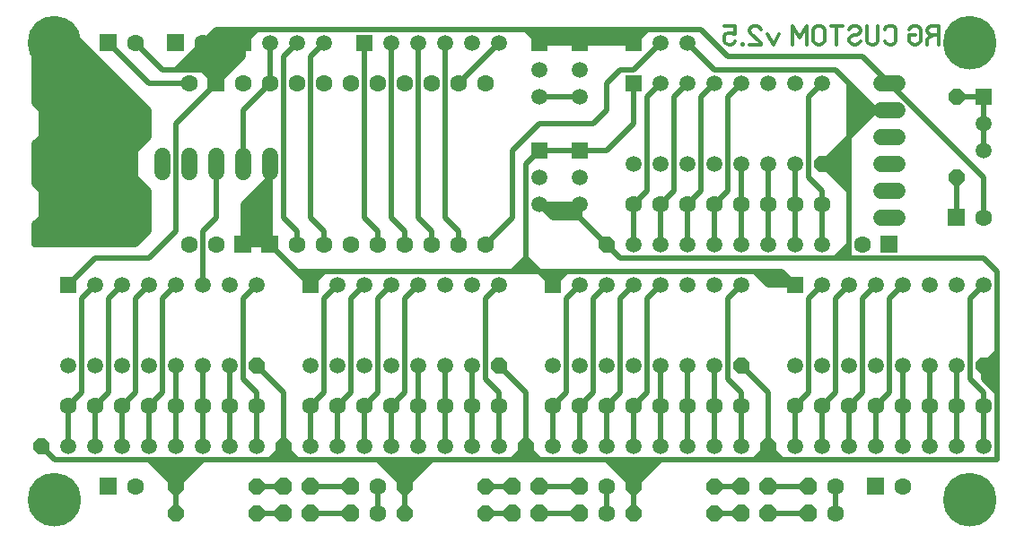
<source format=gbr>
%FSLAX34Y34*%
%MOMM*%
%LNCOPPER_BOTTOM*%
G71*
G01*
%ADD10C, 1.600*%
%ADD11C, 1.520*%
%ADD12C, 1.520*%
%ADD13C, 0.500*%
%ADD14C, 0.520*%
%ADD15C, 4.000*%
%ADD16C, 1.520*%
%ADD17C, 0.318*%
%ADD18C, 0.600*%
%LPD*%
G36*
X98300Y884300D02*
X130300Y884300D01*
X130300Y868300D01*
X98300Y868300D01*
X98300Y884300D01*
G37*
G36*
X98300Y808100D02*
X130300Y808100D01*
X130300Y792100D01*
X98300Y792100D01*
X98300Y808100D01*
G37*
X457200Y914400D02*
G54D10*
D03*
X431800Y914400D02*
G54D10*
D03*
X406400Y914400D02*
G54D10*
D03*
X381000Y914400D02*
G54D10*
D03*
X355600Y914400D02*
G54D10*
D03*
X330200Y914400D02*
G54D10*
D03*
X304800Y914400D02*
G54D10*
D03*
X279400Y914400D02*
G54D10*
D03*
X254000Y914400D02*
G54D10*
D03*
X228600Y914400D02*
G54D10*
D03*
X177800Y914400D02*
G54D10*
D03*
X177800Y762000D02*
G54D10*
D03*
X203200Y762000D02*
G54D10*
D03*
X279400Y762000D02*
G54D10*
D03*
X304800Y762000D02*
G54D10*
D03*
X330200Y762000D02*
G54D10*
D03*
X355600Y762000D02*
G54D10*
D03*
X381000Y762000D02*
G54D10*
D03*
X406400Y762000D02*
G54D10*
D03*
X431800Y762000D02*
G54D10*
D03*
X457200Y762000D02*
G54D10*
D03*
G36*
X220600Y770000D02*
X236600Y770000D01*
X236600Y754000D01*
X220600Y754000D01*
X220600Y770000D01*
G37*
G36*
X246000Y770000D02*
X262000Y770000D01*
X262000Y754000D01*
X246000Y754000D01*
X246000Y770000D01*
G37*
G36*
X195200Y922400D02*
X211200Y922400D01*
X211200Y906400D01*
X195200Y906400D01*
X195200Y922400D01*
G37*
G36*
X55900Y731500D02*
X71100Y731500D01*
X71100Y716300D01*
X55900Y716300D01*
X55900Y731500D01*
G37*
X88900Y723900D02*
G54D11*
D03*
X114300Y723900D02*
G54D11*
D03*
X139700Y723900D02*
G54D11*
D03*
X165100Y723900D02*
G54D11*
D03*
X190500Y723900D02*
G54D11*
D03*
X215900Y723900D02*
G54D11*
D03*
X241300Y723900D02*
G54D11*
D03*
G36*
X233700Y650854D02*
X238146Y655300D01*
X244454Y655300D01*
X248900Y650854D01*
X248900Y644546D01*
X244454Y640100D01*
X238146Y640100D01*
X233700Y644546D01*
X233700Y650854D01*
G37*
X215900Y647700D02*
G54D11*
D03*
X190500Y647700D02*
G54D11*
D03*
X165100Y647700D02*
G54D11*
D03*
X139700Y647700D02*
G54D11*
D03*
X114300Y647700D02*
G54D11*
D03*
X88900Y647700D02*
G54D11*
D03*
X63500Y647700D02*
G54D11*
D03*
X63500Y609600D02*
G54D10*
D03*
X88900Y609600D02*
G54D10*
D03*
X114300Y609600D02*
G54D10*
D03*
X139700Y609600D02*
G54D10*
D03*
X165100Y609600D02*
G54D10*
D03*
X190500Y609600D02*
G54D10*
D03*
X215900Y609600D02*
G54D10*
D03*
X241300Y609600D02*
G54D10*
D03*
G36*
X30500Y574654D02*
X34946Y579100D01*
X41254Y579100D01*
X45700Y574654D01*
X45700Y568346D01*
X41254Y563900D01*
X34946Y563900D01*
X30500Y568346D01*
X30500Y574654D01*
G37*
X63500Y571500D02*
G54D12*
D03*
X88900Y571500D02*
G54D12*
D03*
X114300Y571500D02*
G54D12*
D03*
X139700Y571500D02*
G54D12*
D03*
X165100Y571500D02*
G54D12*
D03*
X190500Y571500D02*
G54D12*
D03*
X215900Y571500D02*
G54D12*
D03*
X241300Y571500D02*
G54D12*
D03*
G54D13*
X63500Y571500D02*
X63500Y609600D01*
X76200Y622300D01*
X76200Y711200D01*
X88900Y723900D01*
G54D13*
X114300Y723900D02*
X101600Y711200D01*
X101600Y622300D01*
X88900Y609600D01*
X88900Y571500D01*
G54D13*
X114300Y571500D02*
X114300Y609600D01*
X127000Y622300D01*
X127000Y711200D01*
X139700Y723900D01*
G54D13*
X165100Y723900D02*
X152400Y711200D01*
X152400Y622300D01*
X139700Y609600D01*
X139700Y571500D01*
G54D13*
X165100Y571500D02*
X165100Y609600D01*
X165100Y647700D01*
G54D13*
X190500Y647700D02*
X190500Y571500D01*
G54D13*
X215900Y571500D02*
X215900Y647700D01*
G54D13*
X241300Y571500D02*
X241300Y609600D01*
X241300Y622300D01*
X228600Y635000D01*
X228600Y711200D01*
X241300Y723900D01*
G36*
X284500Y731500D02*
X299700Y731500D01*
X299700Y716300D01*
X284500Y716300D01*
X284500Y731500D01*
G37*
X317500Y723900D02*
G54D11*
D03*
X342900Y723900D02*
G54D11*
D03*
X368300Y723900D02*
G54D11*
D03*
X393700Y723900D02*
G54D11*
D03*
X419100Y723900D02*
G54D11*
D03*
X444500Y723900D02*
G54D11*
D03*
X469900Y723900D02*
G54D11*
D03*
G36*
X462300Y650854D02*
X466746Y655300D01*
X473054Y655300D01*
X477500Y650854D01*
X477500Y644546D01*
X473054Y640100D01*
X466746Y640100D01*
X462300Y644546D01*
X462300Y650854D01*
G37*
X444500Y647700D02*
G54D11*
D03*
X419100Y647700D02*
G54D11*
D03*
X393700Y647700D02*
G54D11*
D03*
X368300Y647700D02*
G54D11*
D03*
X342900Y647700D02*
G54D11*
D03*
X317500Y647700D02*
G54D11*
D03*
X292100Y647700D02*
G54D11*
D03*
X292100Y609600D02*
G54D10*
D03*
X317500Y609600D02*
G54D10*
D03*
X342900Y609600D02*
G54D10*
D03*
X368300Y609600D02*
G54D10*
D03*
X393700Y609600D02*
G54D10*
D03*
X419100Y609600D02*
G54D10*
D03*
X444500Y609600D02*
G54D10*
D03*
X469900Y609600D02*
G54D10*
D03*
G36*
X259100Y574654D02*
X263546Y579100D01*
X269854Y579100D01*
X274300Y574654D01*
X274300Y568346D01*
X269854Y563900D01*
X263546Y563900D01*
X259100Y568346D01*
X259100Y574654D01*
G37*
X292100Y571500D02*
G54D12*
D03*
X317500Y571500D02*
G54D12*
D03*
X342900Y571500D02*
G54D12*
D03*
X368300Y571500D02*
G54D12*
D03*
X393700Y571500D02*
G54D12*
D03*
X419100Y571500D02*
G54D12*
D03*
X444500Y571500D02*
G54D12*
D03*
X469900Y571500D02*
G54D12*
D03*
G54D13*
X292100Y571500D02*
X292100Y609600D01*
X304800Y622300D01*
X304800Y711200D01*
X317500Y723900D01*
G54D13*
X342900Y723900D02*
X330200Y711200D01*
X330200Y622300D01*
X317500Y609600D01*
X317500Y571500D01*
G54D13*
X342900Y571500D02*
X342900Y609600D01*
X355600Y622300D01*
X355600Y711200D01*
X368300Y723900D01*
G54D13*
X393700Y723900D02*
X381000Y711200D01*
X381000Y622300D01*
X368300Y609600D01*
X368300Y571500D01*
G54D13*
X393700Y571500D02*
X393700Y609600D01*
X393700Y647700D01*
G54D13*
X419100Y647700D02*
X419100Y571500D01*
G54D13*
X444500Y571500D02*
X444500Y647700D01*
G54D13*
X469900Y571500D02*
X469900Y609600D01*
X469900Y622300D01*
X457200Y635000D01*
X457200Y711200D01*
X469900Y723900D01*
G36*
X513100Y731500D02*
X528300Y731500D01*
X528300Y716300D01*
X513100Y716300D01*
X513100Y731500D01*
G37*
X546100Y723900D02*
G54D11*
D03*
X571500Y723900D02*
G54D11*
D03*
X596900Y723900D02*
G54D11*
D03*
X622300Y723900D02*
G54D11*
D03*
X647700Y723900D02*
G54D11*
D03*
X673100Y723900D02*
G54D11*
D03*
X698500Y723900D02*
G54D11*
D03*
G36*
X690900Y650854D02*
X695346Y655300D01*
X701654Y655300D01*
X706100Y650854D01*
X706100Y644546D01*
X701654Y640100D01*
X695346Y640100D01*
X690900Y644546D01*
X690900Y650854D01*
G37*
X673100Y647700D02*
G54D11*
D03*
X647700Y647700D02*
G54D11*
D03*
X622300Y647700D02*
G54D11*
D03*
X596900Y647700D02*
G54D11*
D03*
X571500Y647700D02*
G54D11*
D03*
X546100Y647700D02*
G54D11*
D03*
X520700Y647700D02*
G54D11*
D03*
X520700Y609600D02*
G54D10*
D03*
X546100Y609600D02*
G54D10*
D03*
X571500Y609600D02*
G54D10*
D03*
X596900Y609600D02*
G54D10*
D03*
X622300Y609600D02*
G54D10*
D03*
X647700Y609600D02*
G54D10*
D03*
X673100Y609600D02*
G54D10*
D03*
X698500Y609600D02*
G54D10*
D03*
G36*
X487700Y574654D02*
X492146Y579100D01*
X498454Y579100D01*
X502900Y574654D01*
X502900Y568346D01*
X498454Y563900D01*
X492146Y563900D01*
X487700Y568346D01*
X487700Y574654D01*
G37*
X520700Y571500D02*
G54D12*
D03*
X546100Y571500D02*
G54D12*
D03*
X571500Y571500D02*
G54D12*
D03*
X596900Y571500D02*
G54D12*
D03*
X622300Y571500D02*
G54D12*
D03*
X647700Y571500D02*
G54D12*
D03*
X673100Y571500D02*
G54D12*
D03*
X698500Y571500D02*
G54D12*
D03*
G54D13*
X520700Y571500D02*
X520700Y609600D01*
X533400Y622300D01*
X533400Y711200D01*
X546100Y723900D01*
G54D13*
X571500Y723900D02*
X558800Y711200D01*
X558800Y622300D01*
X546100Y609600D01*
X546100Y571500D01*
G54D13*
X571500Y571500D02*
X571500Y609600D01*
X584200Y622300D01*
X584200Y711200D01*
X596900Y723900D01*
G54D13*
X622300Y723900D02*
X609600Y711200D01*
X609600Y622300D01*
X596900Y609600D01*
X596900Y571500D01*
G54D13*
X622300Y571500D02*
X622300Y609600D01*
X622300Y647700D01*
G54D13*
X647700Y647700D02*
X647700Y571500D01*
G54D13*
X673100Y571500D02*
X673100Y647700D01*
G54D13*
X698500Y571500D02*
X698500Y609600D01*
X698500Y622300D01*
X685800Y635000D01*
X685800Y711200D01*
X698500Y723900D01*
G36*
X741700Y731500D02*
X756900Y731500D01*
X756900Y716300D01*
X741700Y716300D01*
X741700Y731500D01*
G37*
X774700Y723900D02*
G54D11*
D03*
X800100Y723900D02*
G54D11*
D03*
X825500Y723900D02*
G54D11*
D03*
X850900Y723900D02*
G54D11*
D03*
X876300Y723900D02*
G54D11*
D03*
X901700Y723900D02*
G54D11*
D03*
X927100Y723900D02*
G54D11*
D03*
G36*
X919500Y650854D02*
X923946Y655300D01*
X930254Y655300D01*
X934700Y650854D01*
X934700Y644546D01*
X930254Y640100D01*
X923946Y640100D01*
X919500Y644546D01*
X919500Y650854D01*
G37*
X901700Y647700D02*
G54D11*
D03*
X876300Y647700D02*
G54D11*
D03*
X850900Y647700D02*
G54D11*
D03*
X825500Y647700D02*
G54D11*
D03*
X800100Y647700D02*
G54D11*
D03*
X774700Y647700D02*
G54D11*
D03*
X749300Y647700D02*
G54D11*
D03*
X749300Y609600D02*
G54D10*
D03*
X774700Y609600D02*
G54D10*
D03*
X800100Y609600D02*
G54D10*
D03*
X825500Y609600D02*
G54D10*
D03*
X850900Y609600D02*
G54D10*
D03*
X876300Y609600D02*
G54D10*
D03*
X901700Y609600D02*
G54D10*
D03*
X927100Y609600D02*
G54D10*
D03*
G36*
X716300Y574654D02*
X720746Y579100D01*
X727054Y579100D01*
X731500Y574654D01*
X731500Y568346D01*
X727054Y563900D01*
X720746Y563900D01*
X716300Y568346D01*
X716300Y574654D01*
G37*
X749300Y571500D02*
G54D12*
D03*
X774700Y571500D02*
G54D12*
D03*
X800100Y571500D02*
G54D12*
D03*
X825500Y571500D02*
G54D12*
D03*
X850900Y571500D02*
G54D12*
D03*
X876300Y571500D02*
G54D12*
D03*
X901700Y571500D02*
G54D12*
D03*
X927100Y571500D02*
G54D12*
D03*
G54D13*
X749300Y571500D02*
X749300Y609600D01*
X762000Y622300D01*
X762000Y711200D01*
X774700Y723900D01*
G54D13*
X800100Y723900D02*
X787400Y711200D01*
X787400Y622300D01*
X774700Y609600D01*
X774700Y571500D01*
G54D13*
X800100Y571500D02*
X800100Y609600D01*
X812800Y622300D01*
X812800Y711200D01*
X825500Y723900D01*
G54D13*
X850900Y723900D02*
X838200Y711200D01*
X838200Y622300D01*
X825500Y609600D01*
X825500Y571500D01*
G54D13*
X850900Y571500D02*
X850900Y609600D01*
X850900Y647700D01*
G54D13*
X876300Y647700D02*
X876300Y571500D01*
G54D13*
X901700Y571500D02*
X901700Y647700D01*
G54D13*
X927100Y571500D02*
X927100Y609600D01*
X927100Y622300D01*
X914400Y635000D01*
X914400Y711200D01*
X927100Y723900D01*
G36*
X589300Y922000D02*
X604500Y922000D01*
X604500Y906800D01*
X589300Y906800D01*
X589300Y922000D01*
G37*
X622300Y914400D02*
G54D11*
D03*
X647700Y914400D02*
G54D11*
D03*
X673100Y914400D02*
G54D11*
D03*
X698500Y914400D02*
G54D11*
D03*
X723900Y914400D02*
G54D11*
D03*
X749300Y914400D02*
G54D11*
D03*
X774700Y914400D02*
G54D11*
D03*
G36*
X767100Y841354D02*
X771546Y845800D01*
X777854Y845800D01*
X782300Y841354D01*
X782300Y835046D01*
X777854Y830600D01*
X771546Y830600D01*
X767100Y835046D01*
X767100Y841354D01*
G37*
X749300Y838200D02*
G54D11*
D03*
X723900Y838200D02*
G54D11*
D03*
X698500Y838200D02*
G54D11*
D03*
X673100Y838200D02*
G54D11*
D03*
X647700Y838200D02*
G54D11*
D03*
X622300Y838200D02*
G54D11*
D03*
X596900Y838200D02*
G54D11*
D03*
X596900Y800100D02*
G54D10*
D03*
X622300Y800100D02*
G54D10*
D03*
X647700Y800100D02*
G54D10*
D03*
X673100Y800100D02*
G54D10*
D03*
X698500Y800100D02*
G54D10*
D03*
X723900Y800100D02*
G54D10*
D03*
X749300Y800100D02*
G54D10*
D03*
X774700Y800100D02*
G54D10*
D03*
G36*
X563900Y765154D02*
X568346Y769600D01*
X574654Y769600D01*
X579100Y765154D01*
X579100Y758846D01*
X574654Y754400D01*
X568346Y754400D01*
X563900Y758846D01*
X563900Y765154D01*
G37*
X596900Y762000D02*
G54D12*
D03*
X622300Y762000D02*
G54D12*
D03*
X647700Y762000D02*
G54D12*
D03*
X673100Y762000D02*
G54D12*
D03*
X698500Y762000D02*
G54D12*
D03*
X723900Y762000D02*
G54D12*
D03*
X749300Y762000D02*
G54D12*
D03*
X774700Y762000D02*
G54D12*
D03*
G54D13*
X596900Y762000D02*
X596900Y800100D01*
X609600Y812800D01*
X609600Y901700D01*
X622300Y914400D01*
G54D13*
X647700Y914400D02*
X635000Y901700D01*
X635000Y812800D01*
X622300Y800100D01*
X622300Y762000D01*
G54D13*
X647700Y762000D02*
X647700Y800100D01*
X660400Y812800D01*
X660400Y901700D01*
X673100Y914400D01*
G54D13*
X698500Y914400D02*
X685800Y901700D01*
X685800Y812800D01*
X673100Y800100D01*
X673100Y762000D01*
G54D13*
X698500Y762000D02*
X698500Y800100D01*
X698500Y838200D01*
G54D13*
X723900Y838200D02*
X723900Y762000D01*
G54D13*
X749300Y762000D02*
X749300Y838200D01*
G54D13*
X774700Y762000D02*
X774700Y800100D01*
X774700Y812800D01*
X762000Y825500D01*
X762000Y901700D01*
X774700Y914400D01*
G54D13*
X927100Y647700D02*
X927100Y635000D01*
X939800Y622300D01*
X939800Y558800D01*
X736600Y558800D01*
X723900Y571500D01*
X711200Y558800D01*
X508000Y558800D01*
X495300Y571500D01*
X482600Y558800D01*
X279400Y558800D01*
X266700Y571500D01*
X254000Y558800D01*
X50800Y558800D01*
X38100Y571500D01*
G54D13*
X469900Y647700D02*
X495300Y622300D01*
X495300Y571500D01*
G54D13*
X241300Y647700D02*
X266700Y622300D01*
X266700Y571500D01*
G54D13*
X698500Y647700D02*
X723900Y622300D01*
X723900Y571500D01*
G36*
X589300Y536554D02*
X593746Y541000D01*
X600054Y541000D01*
X604500Y536554D01*
X604500Y530246D01*
X600054Y525800D01*
X593746Y525800D01*
X589300Y530246D01*
X589300Y536554D01*
G37*
G36*
X665500Y536554D02*
X669946Y541000D01*
X676254Y541000D01*
X680700Y536554D01*
X680700Y530246D01*
X676254Y525800D01*
X669946Y525800D01*
X665500Y530246D01*
X665500Y536554D01*
G37*
G36*
X690500Y536720D02*
X695180Y541400D01*
X701820Y541400D01*
X706500Y536720D01*
X706500Y530080D01*
X701820Y525400D01*
X695180Y525400D01*
X690500Y530080D01*
X690500Y536720D01*
G37*
G36*
X715900Y536720D02*
X720580Y541400D01*
X727220Y541400D01*
X731900Y536720D01*
X731900Y530080D01*
X727220Y525400D01*
X720580Y525400D01*
X715900Y530080D01*
X715900Y536720D01*
G37*
G36*
X754000Y536720D02*
X758680Y541400D01*
X765320Y541400D01*
X770000Y536720D01*
X770000Y530080D01*
X765320Y525400D01*
X758680Y525400D01*
X754000Y530080D01*
X754000Y536720D01*
G37*
X787400Y533400D02*
G54D10*
D03*
G36*
X589300Y511154D02*
X593746Y515600D01*
X600054Y515600D01*
X604500Y511154D01*
X604500Y504846D01*
X600054Y500400D01*
X593746Y500400D01*
X589300Y504846D01*
X589300Y511154D01*
G37*
G36*
X665500Y511154D02*
X669946Y515600D01*
X676254Y515600D01*
X680700Y511154D01*
X680700Y504846D01*
X676254Y500400D01*
X669946Y500400D01*
X665500Y504846D01*
X665500Y511154D01*
G37*
G36*
X690500Y511320D02*
X695180Y516000D01*
X701820Y516000D01*
X706500Y511320D01*
X706500Y504680D01*
X701820Y500000D01*
X695180Y500000D01*
X690500Y504680D01*
X690500Y511320D01*
G37*
G36*
X715900Y511320D02*
X720580Y516000D01*
X727220Y516000D01*
X731900Y511320D01*
X731900Y504680D01*
X727220Y500000D01*
X720580Y500000D01*
X715900Y504680D01*
X715900Y511320D01*
G37*
G36*
X754000Y511320D02*
X758680Y516000D01*
X765320Y516000D01*
X770000Y511320D01*
X770000Y504680D01*
X765320Y500000D01*
X758680Y500000D01*
X754000Y504680D01*
X754000Y511320D01*
G37*
X787400Y508000D02*
G54D10*
D03*
G54D14*
X596900Y508000D02*
X596900Y558800D01*
G54D14*
X673100Y533400D02*
X698500Y533400D01*
G54D14*
X673100Y508000D02*
X698500Y508000D01*
G54D14*
X723900Y508000D02*
X762000Y508000D01*
G54D14*
X723900Y533400D02*
X762000Y533400D01*
G54D14*
X787400Y533400D02*
X787400Y508000D01*
G36*
X373400Y536554D02*
X377846Y541000D01*
X384154Y541000D01*
X388600Y536554D01*
X388600Y530246D01*
X384154Y525800D01*
X377846Y525800D01*
X373400Y530246D01*
X373400Y536554D01*
G37*
G36*
X449600Y536554D02*
X454046Y541000D01*
X460354Y541000D01*
X464800Y536554D01*
X464800Y530246D01*
X460354Y525800D01*
X454046Y525800D01*
X449600Y530246D01*
X449600Y536554D01*
G37*
G36*
X474600Y536720D02*
X479280Y541400D01*
X485920Y541400D01*
X490600Y536720D01*
X490600Y530080D01*
X485920Y525400D01*
X479280Y525400D01*
X474600Y530080D01*
X474600Y536720D01*
G37*
G36*
X500000Y536720D02*
X504680Y541400D01*
X511320Y541400D01*
X516000Y536720D01*
X516000Y530080D01*
X511320Y525400D01*
X504680Y525400D01*
X500000Y530080D01*
X500000Y536720D01*
G37*
G36*
X538100Y536720D02*
X542780Y541400D01*
X549420Y541400D01*
X554100Y536720D01*
X554100Y530080D01*
X549420Y525400D01*
X542780Y525400D01*
X538100Y530080D01*
X538100Y536720D01*
G37*
X571500Y533400D02*
G54D10*
D03*
G36*
X373400Y511154D02*
X377846Y515600D01*
X384154Y515600D01*
X388600Y511154D01*
X388600Y504846D01*
X384154Y500400D01*
X377846Y500400D01*
X373400Y504846D01*
X373400Y511154D01*
G37*
G36*
X449600Y511154D02*
X454046Y515600D01*
X460354Y515600D01*
X464800Y511154D01*
X464800Y504846D01*
X460354Y500400D01*
X454046Y500400D01*
X449600Y504846D01*
X449600Y511154D01*
G37*
G36*
X474600Y511320D02*
X479280Y516000D01*
X485920Y516000D01*
X490600Y511320D01*
X490600Y504680D01*
X485920Y500000D01*
X479280Y500000D01*
X474600Y504680D01*
X474600Y511320D01*
G37*
G36*
X500000Y511320D02*
X504680Y516000D01*
X511320Y516000D01*
X516000Y511320D01*
X516000Y504680D01*
X511320Y500000D01*
X504680Y500000D01*
X500000Y504680D01*
X500000Y511320D01*
G37*
G36*
X538100Y511320D02*
X542780Y516000D01*
X549420Y516000D01*
X554100Y511320D01*
X554100Y504680D01*
X549420Y500000D01*
X542780Y500000D01*
X538100Y504680D01*
X538100Y511320D01*
G37*
X571500Y508000D02*
G54D10*
D03*
G54D14*
X381000Y508000D02*
X381000Y558800D01*
G54D14*
X457200Y533400D02*
X482600Y533400D01*
G54D14*
X457200Y508000D02*
X482600Y508000D01*
G54D14*
X508000Y508000D02*
X546100Y508000D01*
G54D14*
X508000Y533400D02*
X546100Y533400D01*
G54D14*
X571500Y533400D02*
X571500Y508000D01*
G36*
X157500Y536554D02*
X161946Y541000D01*
X168254Y541000D01*
X172700Y536554D01*
X172700Y530246D01*
X168254Y525800D01*
X161946Y525800D01*
X157500Y530246D01*
X157500Y536554D01*
G37*
G36*
X233700Y536554D02*
X238146Y541000D01*
X244454Y541000D01*
X248900Y536554D01*
X248900Y530246D01*
X244454Y525800D01*
X238146Y525800D01*
X233700Y530246D01*
X233700Y536554D01*
G37*
G36*
X258700Y536720D02*
X263380Y541400D01*
X270020Y541400D01*
X274700Y536720D01*
X274700Y530080D01*
X270020Y525400D01*
X263380Y525400D01*
X258700Y530080D01*
X258700Y536720D01*
G37*
G36*
X284100Y536720D02*
X288780Y541400D01*
X295420Y541400D01*
X300100Y536720D01*
X300100Y530080D01*
X295420Y525400D01*
X288780Y525400D01*
X284100Y530080D01*
X284100Y536720D01*
G37*
G36*
X322200Y536720D02*
X326880Y541400D01*
X333520Y541400D01*
X338200Y536720D01*
X338200Y530080D01*
X333520Y525400D01*
X326880Y525400D01*
X322200Y530080D01*
X322200Y536720D01*
G37*
X355600Y533400D02*
G54D10*
D03*
G36*
X157500Y511154D02*
X161946Y515600D01*
X168254Y515600D01*
X172700Y511154D01*
X172700Y504846D01*
X168254Y500400D01*
X161946Y500400D01*
X157500Y504846D01*
X157500Y511154D01*
G37*
G36*
X233700Y511154D02*
X238146Y515600D01*
X244454Y515600D01*
X248900Y511154D01*
X248900Y504846D01*
X244454Y500400D01*
X238146Y500400D01*
X233700Y504846D01*
X233700Y511154D01*
G37*
G36*
X258700Y511320D02*
X263380Y516000D01*
X270020Y516000D01*
X274700Y511320D01*
X274700Y504680D01*
X270020Y500000D01*
X263380Y500000D01*
X258700Y504680D01*
X258700Y511320D01*
G37*
G36*
X284100Y511320D02*
X288780Y516000D01*
X295420Y516000D01*
X300100Y511320D01*
X300100Y504680D01*
X295420Y500000D01*
X288780Y500000D01*
X284100Y504680D01*
X284100Y511320D01*
G37*
G36*
X322200Y511320D02*
X326880Y516000D01*
X333520Y516000D01*
X338200Y511320D01*
X338200Y504680D01*
X333520Y500000D01*
X326880Y500000D01*
X322200Y504680D01*
X322200Y511320D01*
G37*
X355600Y508000D02*
G54D10*
D03*
G54D14*
X165100Y508000D02*
X165100Y558800D01*
G54D14*
X241300Y533400D02*
X266700Y533400D01*
G54D14*
X241300Y508000D02*
X266700Y508000D01*
G54D14*
X292100Y508000D02*
X330200Y508000D01*
G54D14*
X292100Y533400D02*
X330200Y533400D01*
G54D14*
X355600Y533400D02*
X355600Y508000D01*
G36*
X93600Y960500D02*
X109600Y960500D01*
X109600Y944500D01*
X93600Y944500D01*
X93600Y960500D01*
G37*
X127000Y952500D02*
G54D10*
D03*
X50800Y520700D02*
G54D15*
D03*
X914400Y520700D02*
G54D15*
D03*
X914400Y952500D02*
G54D15*
D03*
X50800Y952500D02*
G54D15*
D03*
G36*
X157100Y960500D02*
X173100Y960500D01*
X173100Y944500D01*
X157100Y944500D01*
X157100Y960500D01*
G37*
X190500Y952500D02*
G54D10*
D03*
G36*
X93600Y541400D02*
X109600Y541400D01*
X109600Y525400D01*
X93600Y525400D01*
X93600Y541400D01*
G37*
X127000Y533400D02*
G54D10*
D03*
G36*
X817500Y541400D02*
X833500Y541400D01*
X833500Y525400D01*
X817500Y525400D01*
X817500Y541400D01*
G37*
X850900Y533400D02*
G54D10*
D03*
G36*
X221000Y960100D02*
X236200Y960100D01*
X236200Y944900D01*
X221000Y944900D01*
X221000Y960100D01*
G37*
X254000Y952500D02*
G54D12*
D03*
X279400Y952500D02*
G54D12*
D03*
X304800Y952500D02*
G54D12*
D03*
G36*
X335300Y960100D02*
X350500Y960100D01*
X350500Y944900D01*
X335300Y944900D01*
X335300Y960100D01*
G37*
X368300Y952500D02*
G54D12*
D03*
X393700Y952500D02*
G54D12*
D03*
X419100Y952500D02*
G54D12*
D03*
X444500Y952500D02*
G54D12*
D03*
X469900Y952500D02*
G54D12*
D03*
G54D13*
X127000Y952500D02*
X152400Y927100D01*
X190500Y927100D01*
X203200Y914400D01*
G54D13*
X190500Y952500D02*
X190500Y927100D01*
X203200Y914400D01*
G54D13*
X177800Y914400D02*
X139700Y914400D01*
X101600Y952500D01*
G54D13*
X190500Y952500D02*
X228600Y952500D01*
G54D13*
X254000Y952500D02*
X254000Y914400D01*
G54D13*
X279400Y762000D02*
X279400Y774700D01*
X266700Y787400D01*
X266700Y939800D01*
X279400Y952500D01*
G54D13*
X304800Y762000D02*
X304800Y774700D01*
X292100Y787400D01*
X292100Y939800D01*
X304800Y952500D01*
G54D13*
X355600Y762000D02*
X355600Y774700D01*
X342900Y787400D01*
X342900Y952500D01*
G54D13*
X381000Y762000D02*
X381000Y774700D01*
X368300Y787400D01*
X368300Y952500D01*
G54D13*
X406400Y762000D02*
X406400Y774700D01*
X393700Y787400D01*
X393700Y952500D01*
G54D13*
X431800Y762000D02*
X431800Y774700D01*
X419100Y787400D01*
X419100Y952500D01*
G54D13*
X431800Y914400D02*
X469900Y952500D01*
G36*
X515600Y960100D02*
X515600Y944900D01*
X500400Y944900D01*
X500400Y960100D01*
X515600Y960100D01*
G37*
X508000Y927100D02*
G54D12*
D03*
X508000Y901700D02*
G54D12*
D03*
G36*
X553700Y960100D02*
X553700Y944900D01*
X538500Y944900D01*
X538500Y960100D01*
X553700Y960100D01*
G37*
X546100Y927100D02*
G54D12*
D03*
X546100Y901700D02*
G54D12*
D03*
G36*
X553700Y858500D02*
X553700Y843300D01*
X538500Y843300D01*
X538500Y858500D01*
X553700Y858500D01*
G37*
X546100Y825500D02*
G54D12*
D03*
X546100Y800100D02*
G54D12*
D03*
G36*
X589300Y960100D02*
X604500Y960100D01*
X604500Y944900D01*
X589300Y944900D01*
X589300Y960100D01*
G37*
X622300Y952500D02*
G54D12*
D03*
X647700Y952500D02*
G54D12*
D03*
G36*
X515600Y858500D02*
X515600Y843300D01*
X500400Y843300D01*
X500400Y858500D01*
X515600Y858500D01*
G37*
X508000Y825500D02*
G54D12*
D03*
X508000Y800100D02*
G54D12*
D03*
G54D13*
X508000Y952500D02*
X546100Y952500D01*
G54D13*
X508000Y850900D02*
X546100Y850900D01*
G54D13*
X508000Y901700D02*
X546100Y901700D01*
G54D13*
X508000Y800100D02*
X546100Y800100D01*
G54D13*
X546100Y952500D02*
X596900Y952500D01*
G54D13*
X508000Y952500D02*
X495300Y965200D01*
X241300Y965200D01*
X228600Y952500D01*
G54D13*
X508000Y850900D02*
X495300Y838200D01*
X495300Y749300D01*
X520700Y723900D01*
G54D13*
X546100Y800100D02*
X546100Y787400D01*
X571500Y762000D01*
G54D13*
X571500Y762000D02*
X584200Y749300D01*
X787400Y749300D01*
X800100Y762000D01*
X800100Y812800D01*
X774700Y838200D01*
G54D13*
X787400Y749300D02*
X927100Y749300D01*
X939800Y736600D01*
X939800Y660400D01*
X927100Y647700D01*
G54D13*
X254000Y762000D02*
X292100Y723900D01*
G54D13*
X546100Y850900D02*
X571500Y850900D01*
X596900Y876300D01*
X596900Y914400D01*
G54D13*
X622300Y952500D02*
X596900Y927100D01*
X584200Y927100D01*
X571500Y914400D01*
X571500Y889000D01*
X558800Y876300D01*
X508000Y876300D01*
X482600Y850900D01*
X482600Y787400D01*
X457200Y762000D01*
G54D16*
X254000Y845800D02*
X254000Y830600D01*
G54D16*
X228600Y845800D02*
X228600Y830600D01*
G54D16*
X203200Y845800D02*
X203200Y830600D01*
G54D16*
X177800Y845800D02*
X177800Y830600D01*
G54D16*
X152400Y845800D02*
X152400Y830600D01*
G54D13*
X254000Y762000D02*
X254000Y838200D01*
G54D13*
X254000Y914400D02*
X228600Y889000D01*
X228600Y838200D01*
G54D13*
X254000Y762000D02*
X228600Y762000D01*
G54D13*
X520700Y723900D02*
X533400Y736600D01*
X736600Y736600D01*
X749300Y723900D01*
G54D16*
X830600Y914400D02*
X845800Y914400D01*
G54D16*
X830600Y889000D02*
X845800Y889000D01*
G54D16*
X830600Y863600D02*
X845800Y863600D01*
G54D16*
X830600Y838200D02*
X845800Y838200D01*
G54D16*
X830600Y812800D02*
X845800Y812800D01*
G54D13*
X596900Y952500D02*
X609600Y965200D01*
X660400Y965200D01*
X685800Y939800D01*
X812800Y939800D01*
X838200Y914400D01*
G54D13*
X838200Y889000D02*
X825500Y889000D01*
X787400Y927100D01*
X673100Y927100D01*
X647700Y952500D01*
G54D13*
X774700Y838200D02*
X825500Y889000D01*
G54D13*
X190500Y723900D02*
X190500Y774700D01*
X203200Y787400D01*
X203200Y838200D01*
G54D13*
X63500Y723900D02*
X88900Y749300D01*
X139700Y749300D01*
X165100Y774700D01*
X165100Y876300D01*
X203200Y914400D01*
G54D17*
X879773Y959665D02*
X875773Y957443D01*
X874440Y955220D01*
X874440Y950776D01*
G54D17*
X885106Y950776D02*
X885106Y968554D01*
X878440Y968554D01*
X875773Y967443D01*
X874440Y965220D01*
X874440Y962998D01*
X875773Y960776D01*
X878440Y959665D01*
X885106Y959665D01*
G54D17*
X862884Y959665D02*
X857550Y959665D01*
X857550Y954109D01*
X858884Y951887D01*
X861550Y950776D01*
X864217Y950776D01*
X866884Y951887D01*
X868217Y954109D01*
X868217Y965220D01*
X866884Y967443D01*
X864217Y968554D01*
X861550Y968554D01*
X858884Y967443D01*
X857550Y965220D01*
G54D17*
X834172Y954109D02*
X835506Y951887D01*
X838172Y950776D01*
X840839Y950776D01*
X843506Y951887D01*
X844839Y954109D01*
X844839Y965220D01*
X843506Y967443D01*
X840839Y968554D01*
X838172Y968554D01*
X835506Y967443D01*
X834172Y965220D01*
G54D17*
X827950Y968554D02*
X827950Y954109D01*
X826617Y951887D01*
X823950Y950776D01*
X821283Y950776D01*
X818617Y951887D01*
X817284Y954109D01*
X817284Y968554D01*
G54D17*
X811061Y954109D02*
X809728Y951887D01*
X807061Y950776D01*
X804395Y950776D01*
X801728Y951887D01*
X800395Y954109D01*
X800395Y956331D01*
X801728Y958554D01*
X804395Y959665D01*
X807061Y959665D01*
X809728Y960776D01*
X811061Y962998D01*
X811061Y965220D01*
X809728Y967443D01*
X807061Y968554D01*
X804395Y968554D01*
X801728Y967443D01*
X800395Y965220D01*
G54D17*
X788839Y950776D02*
X788839Y968554D01*
G54D17*
X794172Y968554D02*
X783506Y968554D01*
G54D17*
X766617Y965220D02*
X766617Y954109D01*
X767950Y951887D01*
X770617Y950776D01*
X773283Y950776D01*
X775950Y951887D01*
X777283Y954109D01*
X777283Y965220D01*
X775950Y967443D01*
X773283Y968554D01*
X770617Y968554D01*
X767950Y967443D01*
X766617Y965220D01*
G54D17*
X760394Y950776D02*
X760394Y968554D01*
X753728Y957443D01*
X747061Y968554D01*
X747061Y950776D01*
G54D17*
X734350Y960776D02*
X729017Y950776D01*
X723684Y960776D01*
G54D17*
X706795Y950776D02*
X717461Y950776D01*
X717461Y951887D01*
X716128Y954109D01*
X708128Y960776D01*
X706795Y962998D01*
X706795Y965220D01*
X708128Y967443D01*
X710795Y968554D01*
X713461Y968554D01*
X716128Y967443D01*
X717461Y965220D01*
G54D17*
X699506Y950776D02*
X700572Y950776D01*
X700572Y951665D01*
X699506Y951665D01*
X699506Y950776D01*
X700572Y950776D01*
G54D17*
X682617Y968554D02*
X693283Y968554D01*
X693283Y960776D01*
X691950Y960776D01*
X689283Y961887D01*
X686617Y961887D01*
X683950Y960776D01*
X682617Y958554D01*
X682617Y954109D01*
X683950Y951887D01*
X686617Y950776D01*
X689283Y950776D01*
X691950Y951887D01*
X693283Y954109D01*
G36*
X893700Y795400D02*
X909700Y795400D01*
X909700Y779400D01*
X893700Y779400D01*
X893700Y795400D01*
G37*
X927100Y787400D02*
G54D10*
D03*
G36*
X904854Y909300D02*
X909300Y904854D01*
X909300Y898546D01*
X904854Y894100D01*
X898546Y894100D01*
X894100Y898546D01*
X894100Y904854D01*
X898546Y909300D01*
X904854Y909300D01*
G37*
G36*
X904854Y833100D02*
X909300Y828654D01*
X909300Y822346D01*
X904854Y817900D01*
X898546Y817900D01*
X894100Y822346D01*
X894100Y828654D01*
X898546Y833100D01*
X904854Y833100D01*
G37*
G54D13*
X901700Y825500D02*
X901700Y787400D01*
G54D13*
X838200Y914400D02*
X927100Y825500D01*
X927100Y787400D01*
G36*
X934700Y909300D02*
X934700Y894100D01*
X919500Y894100D01*
X919500Y909300D01*
X934700Y909300D01*
G37*
X927100Y876300D02*
G54D12*
D03*
X927100Y850900D02*
G54D12*
D03*
G54D13*
X901700Y901700D02*
X927100Y901700D01*
X927100Y850900D01*
G36*
X254000Y558800D02*
X279400Y558800D01*
X266700Y571500D01*
X254000Y558800D01*
G37*
G54D14*
X254000Y558800D02*
X279400Y558800D01*
X266700Y571500D01*
X254000Y558800D01*
G36*
X482600Y558800D02*
X508000Y558800D01*
X495300Y571500D01*
X482600Y558800D01*
G37*
G54D14*
X482600Y558800D02*
X508000Y558800D01*
X495300Y571500D01*
X482600Y558800D01*
G36*
X711200Y558800D02*
X736600Y558800D01*
X723900Y571500D01*
X711200Y558800D01*
G37*
G54D14*
X711200Y558800D02*
X736600Y558800D01*
X723900Y571500D01*
X711200Y558800D01*
G36*
X939800Y660400D02*
X939800Y622300D01*
X927100Y635000D01*
X927100Y647700D01*
X939800Y660400D01*
G37*
G54D14*
X939800Y660400D02*
X939800Y622300D01*
X927100Y635000D01*
X927100Y647700D01*
X939800Y660400D01*
G36*
X190500Y952500D02*
X165100Y927100D01*
X190500Y927100D01*
X190500Y952500D01*
G37*
G54D14*
X190500Y952500D02*
X165100Y927100D01*
X190500Y927100D01*
X190500Y952500D01*
G36*
X203200Y914400D02*
X228600Y939800D01*
X228600Y952500D01*
X190500Y952500D01*
X190500Y927100D01*
X203200Y914400D01*
G37*
G54D14*
X203200Y914400D02*
X228600Y939800D01*
X228600Y952500D01*
X190500Y952500D01*
X190500Y927100D01*
X203200Y914400D01*
G36*
X800100Y812800D02*
X800100Y863600D01*
X774700Y838200D01*
X800100Y812800D01*
G37*
G54D14*
X800100Y812800D02*
X800100Y863600D01*
X774700Y838200D01*
X800100Y812800D01*
G36*
X800100Y914400D02*
X800100Y863600D01*
X825500Y889000D01*
X800100Y914400D01*
G37*
G54D14*
X800100Y914400D02*
X800100Y863600D01*
X825500Y889000D01*
X800100Y914400D01*
G36*
X533400Y736600D02*
X508000Y736600D01*
X520700Y723900D01*
X533400Y736600D01*
G37*
G54D14*
X533400Y736600D02*
X508000Y736600D01*
X520700Y723900D01*
X533400Y736600D01*
G36*
X165100Y533400D02*
X190500Y558800D01*
X139700Y558800D01*
X165100Y533400D01*
G37*
G54D14*
X165100Y533400D02*
X190500Y558800D01*
X139700Y558800D01*
X165100Y533400D01*
G36*
X355600Y558800D02*
X381000Y533400D01*
X406400Y558800D01*
X355600Y558800D01*
G37*
G54D14*
X355600Y558800D02*
X381000Y533400D01*
X406400Y558800D01*
X355600Y558800D01*
G36*
X596900Y533400D02*
X571500Y558800D01*
X622300Y558800D01*
X596900Y533400D01*
G37*
G54D14*
X596900Y533400D02*
X571500Y558800D01*
X622300Y558800D01*
X596900Y533400D01*
G36*
X495300Y965200D02*
X609600Y965200D01*
X596900Y952500D01*
X508000Y952500D01*
X495300Y965200D01*
G37*
G54D14*
X495300Y965200D02*
X609600Y965200D01*
X596900Y952500D01*
X508000Y952500D01*
X495300Y965200D01*
G36*
X190500Y952500D02*
X203200Y965200D01*
X241300Y965200D01*
X228600Y952500D01*
X190500Y952500D01*
G37*
G54D14*
X190500Y952500D02*
X203200Y965200D01*
X241300Y965200D01*
X228600Y952500D01*
X190500Y952500D01*
G36*
X139700Y774700D02*
X127000Y762000D01*
X31750Y762000D01*
X31750Y781050D01*
X38100Y787400D01*
X38100Y812800D01*
X31750Y819150D01*
X31750Y857250D01*
X38100Y863600D01*
X38100Y889000D01*
X31750Y895350D01*
X31750Y952500D01*
X50800Y965200D01*
X63500Y965200D01*
X139700Y889000D01*
X139700Y863600D01*
X127000Y850900D01*
X127000Y825500D01*
X139700Y812800D01*
X139700Y774700D01*
G37*
G54D14*
X139700Y774700D02*
X127000Y762000D01*
X31750Y762000D01*
X31750Y781050D01*
X38100Y787400D01*
X38100Y812800D01*
X31750Y819150D01*
X31750Y857250D01*
X38100Y863600D01*
X38100Y889000D01*
X31750Y895350D01*
X31750Y952500D01*
X50800Y965200D01*
X63500Y965200D01*
X139700Y889000D01*
X139700Y863600D01*
X127000Y850900D01*
X127000Y825500D01*
X139700Y812800D01*
X139700Y774700D01*
G54D14*
G75*
G01X69722Y952500D02*
G03X69722Y952500I-18922J0D01*
G01*
G36*
X34800Y922400D02*
X66800Y922400D01*
X66800Y906400D01*
X34800Y906400D01*
X34800Y922400D01*
G37*
G36*
X546100Y787400D02*
X520700Y787400D01*
X508000Y800100D01*
X546100Y800100D01*
X546100Y787400D01*
G37*
G54D14*
X546100Y787400D02*
X520700Y787400D01*
X508000Y800100D01*
X546100Y800100D01*
X546100Y787400D01*
G36*
X749300Y723900D02*
X723900Y723900D01*
X711200Y736600D01*
X736600Y736600D01*
X749300Y723900D01*
G37*
G54D14*
X749300Y723900D02*
X723900Y723900D01*
X711200Y736600D01*
X736600Y736600D01*
X749300Y723900D01*
G36*
X800100Y762000D02*
X800100Y749300D01*
X787400Y749300D01*
X800100Y762000D01*
G37*
G54D14*
X800100Y762000D02*
X800100Y749300D01*
X787400Y749300D01*
X800100Y762000D01*
G54D13*
X508000Y736600D02*
X279400Y736600D01*
G36*
X279400Y736600D02*
X292100Y723900D01*
X304800Y736600D01*
X279400Y736600D01*
G37*
G54D14*
X279400Y736600D02*
X292100Y723900D01*
X304800Y736600D01*
X279400Y736600D01*
G36*
X495300Y749300D02*
X482600Y736600D01*
X508000Y736600D01*
X495300Y749300D01*
G37*
G54D14*
X495300Y749300D02*
X482600Y736600D01*
X508000Y736600D01*
X495300Y749300D01*
G36*
X846200Y754000D02*
X830200Y754000D01*
X830200Y770000D01*
X846200Y770000D01*
X846200Y754000D01*
G37*
X812800Y762000D02*
G54D10*
D03*
G36*
X228600Y762000D02*
X228600Y800100D01*
X254000Y825500D01*
X254000Y762000D01*
X228600Y762000D01*
G37*
G54D14*
X228600Y762000D02*
X228600Y800100D01*
X254000Y825500D01*
X254000Y762000D01*
X228600Y762000D01*
G54D16*
X830600Y787400D02*
X845800Y787400D01*
G54D18*
G75*
G01X73158Y520700D02*
G03X73158Y520700I-22358J0D01*
G01*
G54D18*
G75*
G01X936758Y520700D02*
G03X936758Y520700I-22358J0D01*
G01*
G54D18*
G75*
G01X936758Y952500D02*
G03X936758Y952500I-22358J0D01*
G01*
G54D18*
G75*
G01X73158Y952500D02*
G03X73158Y952500I-22358J0D01*
G01*
M02*

</source>
